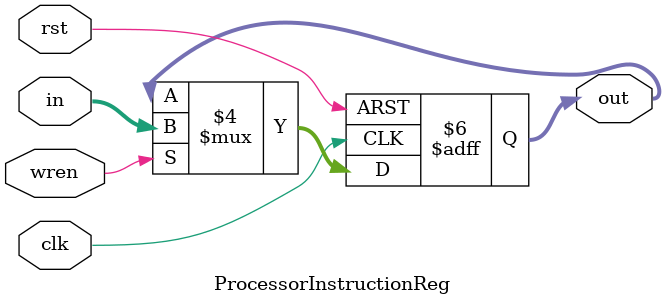
<source format=v>
module ProcessorInstructionReg(clk, rst, in, out, wren);

input rst, clk;
input wren;
input [31:0]in;

output [31:0]out;
reg [31:0]out;

always@(posedge clk or negedge rst)
begin

	if (rst == 1'b0)
		out <= 32'd0;
		
	else if (wren == 1'b1)
		out <= in;

end


endmodule
</source>
